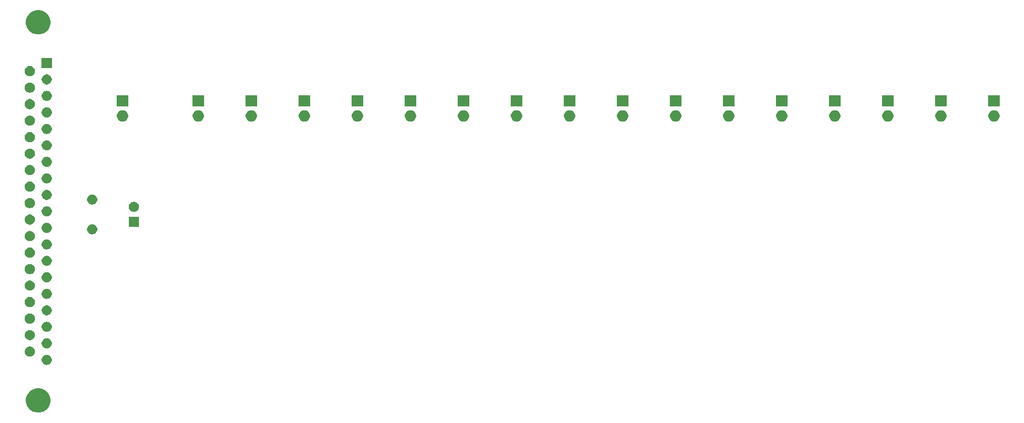
<source format=gbr>
G04 #@! TF.GenerationSoftware,KiCad,Pcbnew,5.1.5-52549c5~84~ubuntu18.04.1*
G04 #@! TF.CreationDate,2020-04-22T17:53:27-07:00*
G04 #@! TF.ProjectId,register_16bit,72656769-7374-4657-925f-31366269742e,rev?*
G04 #@! TF.SameCoordinates,Original*
G04 #@! TF.FileFunction,Soldermask,Bot*
G04 #@! TF.FilePolarity,Negative*
%FSLAX46Y46*%
G04 Gerber Fmt 4.6, Leading zero omitted, Abs format (unit mm)*
G04 Created by KiCad (PCBNEW 5.1.5-52549c5~84~ubuntu18.04.1) date 2020-04-22 17:53:27*
%MOMM*%
%LPD*%
G04 APERTURE LIST*
%ADD10C,0.100000*%
G04 APERTURE END LIST*
D10*
G36*
X72838254Y-127097818D02*
G01*
X73211511Y-127252426D01*
X73211513Y-127252427D01*
X73547436Y-127476884D01*
X73833116Y-127762564D01*
X74057574Y-128098489D01*
X74212182Y-128471746D01*
X74291000Y-128867993D01*
X74291000Y-129272007D01*
X74212182Y-129668254D01*
X74057574Y-130041511D01*
X74057573Y-130041513D01*
X73833116Y-130377436D01*
X73547436Y-130663116D01*
X73211513Y-130887573D01*
X73211512Y-130887574D01*
X73211511Y-130887574D01*
X72838254Y-131042182D01*
X72442007Y-131121000D01*
X72037993Y-131121000D01*
X71641746Y-131042182D01*
X71268489Y-130887574D01*
X71268488Y-130887574D01*
X71268487Y-130887573D01*
X70932564Y-130663116D01*
X70646884Y-130377436D01*
X70422427Y-130041513D01*
X70422426Y-130041511D01*
X70267818Y-129668254D01*
X70189000Y-129272007D01*
X70189000Y-128867993D01*
X70267818Y-128471746D01*
X70422426Y-128098489D01*
X70646884Y-127762564D01*
X70932564Y-127476884D01*
X71268487Y-127252427D01*
X71268489Y-127252426D01*
X71641746Y-127097818D01*
X72037993Y-127019000D01*
X72442007Y-127019000D01*
X72838254Y-127097818D01*
G37*
G36*
X73908228Y-121431703D02*
G01*
X74063100Y-121495853D01*
X74202481Y-121588985D01*
X74321015Y-121707519D01*
X74414147Y-121846900D01*
X74478297Y-122001772D01*
X74511000Y-122166184D01*
X74511000Y-122333816D01*
X74478297Y-122498228D01*
X74414147Y-122653100D01*
X74321015Y-122792481D01*
X74202481Y-122911015D01*
X74063100Y-123004147D01*
X73908228Y-123068297D01*
X73743816Y-123101000D01*
X73576184Y-123101000D01*
X73411772Y-123068297D01*
X73256900Y-123004147D01*
X73117519Y-122911015D01*
X72998985Y-122792481D01*
X72905853Y-122653100D01*
X72841703Y-122498228D01*
X72809000Y-122333816D01*
X72809000Y-122166184D01*
X72841703Y-122001772D01*
X72905853Y-121846900D01*
X72998985Y-121707519D01*
X73117519Y-121588985D01*
X73256900Y-121495853D01*
X73411772Y-121431703D01*
X73576184Y-121399000D01*
X73743816Y-121399000D01*
X73908228Y-121431703D01*
G37*
G36*
X71068228Y-120046703D02*
G01*
X71223100Y-120110853D01*
X71362481Y-120203985D01*
X71481015Y-120322519D01*
X71574147Y-120461900D01*
X71638297Y-120616772D01*
X71671000Y-120781184D01*
X71671000Y-120948816D01*
X71638297Y-121113228D01*
X71574147Y-121268100D01*
X71481015Y-121407481D01*
X71362481Y-121526015D01*
X71223100Y-121619147D01*
X71068228Y-121683297D01*
X70903816Y-121716000D01*
X70736184Y-121716000D01*
X70571772Y-121683297D01*
X70416900Y-121619147D01*
X70277519Y-121526015D01*
X70158985Y-121407481D01*
X70065853Y-121268100D01*
X70001703Y-121113228D01*
X69969000Y-120948816D01*
X69969000Y-120781184D01*
X70001703Y-120616772D01*
X70065853Y-120461900D01*
X70158985Y-120322519D01*
X70277519Y-120203985D01*
X70416900Y-120110853D01*
X70571772Y-120046703D01*
X70736184Y-120014000D01*
X70903816Y-120014000D01*
X71068228Y-120046703D01*
G37*
G36*
X73908228Y-118661703D02*
G01*
X74063100Y-118725853D01*
X74202481Y-118818985D01*
X74321015Y-118937519D01*
X74414147Y-119076900D01*
X74478297Y-119231772D01*
X74511000Y-119396184D01*
X74511000Y-119563816D01*
X74478297Y-119728228D01*
X74414147Y-119883100D01*
X74321015Y-120022481D01*
X74202481Y-120141015D01*
X74063100Y-120234147D01*
X73908228Y-120298297D01*
X73743816Y-120331000D01*
X73576184Y-120331000D01*
X73411772Y-120298297D01*
X73256900Y-120234147D01*
X73117519Y-120141015D01*
X72998985Y-120022481D01*
X72905853Y-119883100D01*
X72841703Y-119728228D01*
X72809000Y-119563816D01*
X72809000Y-119396184D01*
X72841703Y-119231772D01*
X72905853Y-119076900D01*
X72998985Y-118937519D01*
X73117519Y-118818985D01*
X73256900Y-118725853D01*
X73411772Y-118661703D01*
X73576184Y-118629000D01*
X73743816Y-118629000D01*
X73908228Y-118661703D01*
G37*
G36*
X71068228Y-117276703D02*
G01*
X71223100Y-117340853D01*
X71362481Y-117433985D01*
X71481015Y-117552519D01*
X71574147Y-117691900D01*
X71638297Y-117846772D01*
X71671000Y-118011184D01*
X71671000Y-118178816D01*
X71638297Y-118343228D01*
X71574147Y-118498100D01*
X71481015Y-118637481D01*
X71362481Y-118756015D01*
X71223100Y-118849147D01*
X71068228Y-118913297D01*
X70903816Y-118946000D01*
X70736184Y-118946000D01*
X70571772Y-118913297D01*
X70416900Y-118849147D01*
X70277519Y-118756015D01*
X70158985Y-118637481D01*
X70065853Y-118498100D01*
X70001703Y-118343228D01*
X69969000Y-118178816D01*
X69969000Y-118011184D01*
X70001703Y-117846772D01*
X70065853Y-117691900D01*
X70158985Y-117552519D01*
X70277519Y-117433985D01*
X70416900Y-117340853D01*
X70571772Y-117276703D01*
X70736184Y-117244000D01*
X70903816Y-117244000D01*
X71068228Y-117276703D01*
G37*
G36*
X73908228Y-115891703D02*
G01*
X74063100Y-115955853D01*
X74202481Y-116048985D01*
X74321015Y-116167519D01*
X74414147Y-116306900D01*
X74478297Y-116461772D01*
X74511000Y-116626184D01*
X74511000Y-116793816D01*
X74478297Y-116958228D01*
X74414147Y-117113100D01*
X74321015Y-117252481D01*
X74202481Y-117371015D01*
X74063100Y-117464147D01*
X73908228Y-117528297D01*
X73743816Y-117561000D01*
X73576184Y-117561000D01*
X73411772Y-117528297D01*
X73256900Y-117464147D01*
X73117519Y-117371015D01*
X72998985Y-117252481D01*
X72905853Y-117113100D01*
X72841703Y-116958228D01*
X72809000Y-116793816D01*
X72809000Y-116626184D01*
X72841703Y-116461772D01*
X72905853Y-116306900D01*
X72998985Y-116167519D01*
X73117519Y-116048985D01*
X73256900Y-115955853D01*
X73411772Y-115891703D01*
X73576184Y-115859000D01*
X73743816Y-115859000D01*
X73908228Y-115891703D01*
G37*
G36*
X71068228Y-114506703D02*
G01*
X71223100Y-114570853D01*
X71362481Y-114663985D01*
X71481015Y-114782519D01*
X71574147Y-114921900D01*
X71638297Y-115076772D01*
X71671000Y-115241184D01*
X71671000Y-115408816D01*
X71638297Y-115573228D01*
X71574147Y-115728100D01*
X71481015Y-115867481D01*
X71362481Y-115986015D01*
X71223100Y-116079147D01*
X71068228Y-116143297D01*
X70903816Y-116176000D01*
X70736184Y-116176000D01*
X70571772Y-116143297D01*
X70416900Y-116079147D01*
X70277519Y-115986015D01*
X70158985Y-115867481D01*
X70065853Y-115728100D01*
X70001703Y-115573228D01*
X69969000Y-115408816D01*
X69969000Y-115241184D01*
X70001703Y-115076772D01*
X70065853Y-114921900D01*
X70158985Y-114782519D01*
X70277519Y-114663985D01*
X70416900Y-114570853D01*
X70571772Y-114506703D01*
X70736184Y-114474000D01*
X70903816Y-114474000D01*
X71068228Y-114506703D01*
G37*
G36*
X73908228Y-113121703D02*
G01*
X74063100Y-113185853D01*
X74202481Y-113278985D01*
X74321015Y-113397519D01*
X74414147Y-113536900D01*
X74478297Y-113691772D01*
X74511000Y-113856184D01*
X74511000Y-114023816D01*
X74478297Y-114188228D01*
X74414147Y-114343100D01*
X74321015Y-114482481D01*
X74202481Y-114601015D01*
X74063100Y-114694147D01*
X73908228Y-114758297D01*
X73743816Y-114791000D01*
X73576184Y-114791000D01*
X73411772Y-114758297D01*
X73256900Y-114694147D01*
X73117519Y-114601015D01*
X72998985Y-114482481D01*
X72905853Y-114343100D01*
X72841703Y-114188228D01*
X72809000Y-114023816D01*
X72809000Y-113856184D01*
X72841703Y-113691772D01*
X72905853Y-113536900D01*
X72998985Y-113397519D01*
X73117519Y-113278985D01*
X73256900Y-113185853D01*
X73411772Y-113121703D01*
X73576184Y-113089000D01*
X73743816Y-113089000D01*
X73908228Y-113121703D01*
G37*
G36*
X71068228Y-111736703D02*
G01*
X71223100Y-111800853D01*
X71362481Y-111893985D01*
X71481015Y-112012519D01*
X71574147Y-112151900D01*
X71638297Y-112306772D01*
X71671000Y-112471184D01*
X71671000Y-112638816D01*
X71638297Y-112803228D01*
X71574147Y-112958100D01*
X71481015Y-113097481D01*
X71362481Y-113216015D01*
X71223100Y-113309147D01*
X71068228Y-113373297D01*
X70903816Y-113406000D01*
X70736184Y-113406000D01*
X70571772Y-113373297D01*
X70416900Y-113309147D01*
X70277519Y-113216015D01*
X70158985Y-113097481D01*
X70065853Y-112958100D01*
X70001703Y-112803228D01*
X69969000Y-112638816D01*
X69969000Y-112471184D01*
X70001703Y-112306772D01*
X70065853Y-112151900D01*
X70158985Y-112012519D01*
X70277519Y-111893985D01*
X70416900Y-111800853D01*
X70571772Y-111736703D01*
X70736184Y-111704000D01*
X70903816Y-111704000D01*
X71068228Y-111736703D01*
G37*
G36*
X73908228Y-110351703D02*
G01*
X74063100Y-110415853D01*
X74202481Y-110508985D01*
X74321015Y-110627519D01*
X74414147Y-110766900D01*
X74478297Y-110921772D01*
X74511000Y-111086184D01*
X74511000Y-111253816D01*
X74478297Y-111418228D01*
X74414147Y-111573100D01*
X74321015Y-111712481D01*
X74202481Y-111831015D01*
X74063100Y-111924147D01*
X73908228Y-111988297D01*
X73743816Y-112021000D01*
X73576184Y-112021000D01*
X73411772Y-111988297D01*
X73256900Y-111924147D01*
X73117519Y-111831015D01*
X72998985Y-111712481D01*
X72905853Y-111573100D01*
X72841703Y-111418228D01*
X72809000Y-111253816D01*
X72809000Y-111086184D01*
X72841703Y-110921772D01*
X72905853Y-110766900D01*
X72998985Y-110627519D01*
X73117519Y-110508985D01*
X73256900Y-110415853D01*
X73411772Y-110351703D01*
X73576184Y-110319000D01*
X73743816Y-110319000D01*
X73908228Y-110351703D01*
G37*
G36*
X71068228Y-108966703D02*
G01*
X71223100Y-109030853D01*
X71362481Y-109123985D01*
X71481015Y-109242519D01*
X71574147Y-109381900D01*
X71638297Y-109536772D01*
X71671000Y-109701184D01*
X71671000Y-109868816D01*
X71638297Y-110033228D01*
X71574147Y-110188100D01*
X71481015Y-110327481D01*
X71362481Y-110446015D01*
X71223100Y-110539147D01*
X71068228Y-110603297D01*
X70903816Y-110636000D01*
X70736184Y-110636000D01*
X70571772Y-110603297D01*
X70416900Y-110539147D01*
X70277519Y-110446015D01*
X70158985Y-110327481D01*
X70065853Y-110188100D01*
X70001703Y-110033228D01*
X69969000Y-109868816D01*
X69969000Y-109701184D01*
X70001703Y-109536772D01*
X70065853Y-109381900D01*
X70158985Y-109242519D01*
X70277519Y-109123985D01*
X70416900Y-109030853D01*
X70571772Y-108966703D01*
X70736184Y-108934000D01*
X70903816Y-108934000D01*
X71068228Y-108966703D01*
G37*
G36*
X73908228Y-107581703D02*
G01*
X74063100Y-107645853D01*
X74202481Y-107738985D01*
X74321015Y-107857519D01*
X74414147Y-107996900D01*
X74478297Y-108151772D01*
X74511000Y-108316184D01*
X74511000Y-108483816D01*
X74478297Y-108648228D01*
X74414147Y-108803100D01*
X74321015Y-108942481D01*
X74202481Y-109061015D01*
X74063100Y-109154147D01*
X73908228Y-109218297D01*
X73743816Y-109251000D01*
X73576184Y-109251000D01*
X73411772Y-109218297D01*
X73256900Y-109154147D01*
X73117519Y-109061015D01*
X72998985Y-108942481D01*
X72905853Y-108803100D01*
X72841703Y-108648228D01*
X72809000Y-108483816D01*
X72809000Y-108316184D01*
X72841703Y-108151772D01*
X72905853Y-107996900D01*
X72998985Y-107857519D01*
X73117519Y-107738985D01*
X73256900Y-107645853D01*
X73411772Y-107581703D01*
X73576184Y-107549000D01*
X73743816Y-107549000D01*
X73908228Y-107581703D01*
G37*
G36*
X71068228Y-106196703D02*
G01*
X71223100Y-106260853D01*
X71362481Y-106353985D01*
X71481015Y-106472519D01*
X71574147Y-106611900D01*
X71638297Y-106766772D01*
X71671000Y-106931184D01*
X71671000Y-107098816D01*
X71638297Y-107263228D01*
X71574147Y-107418100D01*
X71481015Y-107557481D01*
X71362481Y-107676015D01*
X71223100Y-107769147D01*
X71068228Y-107833297D01*
X70903816Y-107866000D01*
X70736184Y-107866000D01*
X70571772Y-107833297D01*
X70416900Y-107769147D01*
X70277519Y-107676015D01*
X70158985Y-107557481D01*
X70065853Y-107418100D01*
X70001703Y-107263228D01*
X69969000Y-107098816D01*
X69969000Y-106931184D01*
X70001703Y-106766772D01*
X70065853Y-106611900D01*
X70158985Y-106472519D01*
X70277519Y-106353985D01*
X70416900Y-106260853D01*
X70571772Y-106196703D01*
X70736184Y-106164000D01*
X70903816Y-106164000D01*
X71068228Y-106196703D01*
G37*
G36*
X73908228Y-104811703D02*
G01*
X74063100Y-104875853D01*
X74202481Y-104968985D01*
X74321015Y-105087519D01*
X74414147Y-105226900D01*
X74478297Y-105381772D01*
X74511000Y-105546184D01*
X74511000Y-105713816D01*
X74478297Y-105878228D01*
X74414147Y-106033100D01*
X74321015Y-106172481D01*
X74202481Y-106291015D01*
X74063100Y-106384147D01*
X73908228Y-106448297D01*
X73743816Y-106481000D01*
X73576184Y-106481000D01*
X73411772Y-106448297D01*
X73256900Y-106384147D01*
X73117519Y-106291015D01*
X72998985Y-106172481D01*
X72905853Y-106033100D01*
X72841703Y-105878228D01*
X72809000Y-105713816D01*
X72809000Y-105546184D01*
X72841703Y-105381772D01*
X72905853Y-105226900D01*
X72998985Y-105087519D01*
X73117519Y-104968985D01*
X73256900Y-104875853D01*
X73411772Y-104811703D01*
X73576184Y-104779000D01*
X73743816Y-104779000D01*
X73908228Y-104811703D01*
G37*
G36*
X71068228Y-103426703D02*
G01*
X71223100Y-103490853D01*
X71362481Y-103583985D01*
X71481015Y-103702519D01*
X71574147Y-103841900D01*
X71638297Y-103996772D01*
X71671000Y-104161184D01*
X71671000Y-104328816D01*
X71638297Y-104493228D01*
X71574147Y-104648100D01*
X71481015Y-104787481D01*
X71362481Y-104906015D01*
X71223100Y-104999147D01*
X71068228Y-105063297D01*
X70903816Y-105096000D01*
X70736184Y-105096000D01*
X70571772Y-105063297D01*
X70416900Y-104999147D01*
X70277519Y-104906015D01*
X70158985Y-104787481D01*
X70065853Y-104648100D01*
X70001703Y-104493228D01*
X69969000Y-104328816D01*
X69969000Y-104161184D01*
X70001703Y-103996772D01*
X70065853Y-103841900D01*
X70158985Y-103702519D01*
X70277519Y-103583985D01*
X70416900Y-103490853D01*
X70571772Y-103426703D01*
X70736184Y-103394000D01*
X70903816Y-103394000D01*
X71068228Y-103426703D01*
G37*
G36*
X73908228Y-102041703D02*
G01*
X74063100Y-102105853D01*
X74202481Y-102198985D01*
X74321015Y-102317519D01*
X74414147Y-102456900D01*
X74478297Y-102611772D01*
X74511000Y-102776184D01*
X74511000Y-102943816D01*
X74478297Y-103108228D01*
X74414147Y-103263100D01*
X74321015Y-103402481D01*
X74202481Y-103521015D01*
X74063100Y-103614147D01*
X73908228Y-103678297D01*
X73743816Y-103711000D01*
X73576184Y-103711000D01*
X73411772Y-103678297D01*
X73256900Y-103614147D01*
X73117519Y-103521015D01*
X72998985Y-103402481D01*
X72905853Y-103263100D01*
X72841703Y-103108228D01*
X72809000Y-102943816D01*
X72809000Y-102776184D01*
X72841703Y-102611772D01*
X72905853Y-102456900D01*
X72998985Y-102317519D01*
X73117519Y-102198985D01*
X73256900Y-102105853D01*
X73411772Y-102041703D01*
X73576184Y-102009000D01*
X73743816Y-102009000D01*
X73908228Y-102041703D01*
G37*
G36*
X71068228Y-100656703D02*
G01*
X71223100Y-100720853D01*
X71362481Y-100813985D01*
X71481015Y-100932519D01*
X71574147Y-101071900D01*
X71638297Y-101226772D01*
X71671000Y-101391184D01*
X71671000Y-101558816D01*
X71638297Y-101723228D01*
X71574147Y-101878100D01*
X71481015Y-102017481D01*
X71362481Y-102136015D01*
X71223100Y-102229147D01*
X71068228Y-102293297D01*
X70903816Y-102326000D01*
X70736184Y-102326000D01*
X70571772Y-102293297D01*
X70416900Y-102229147D01*
X70277519Y-102136015D01*
X70158985Y-102017481D01*
X70065853Y-101878100D01*
X70001703Y-101723228D01*
X69969000Y-101558816D01*
X69969000Y-101391184D01*
X70001703Y-101226772D01*
X70065853Y-101071900D01*
X70158985Y-100932519D01*
X70277519Y-100813985D01*
X70416900Y-100720853D01*
X70571772Y-100656703D01*
X70736184Y-100624000D01*
X70903816Y-100624000D01*
X71068228Y-100656703D01*
G37*
G36*
X81528228Y-99511703D02*
G01*
X81683100Y-99575853D01*
X81822481Y-99668985D01*
X81941015Y-99787519D01*
X82034147Y-99926900D01*
X82098297Y-100081772D01*
X82131000Y-100246184D01*
X82131000Y-100413816D01*
X82098297Y-100578228D01*
X82034147Y-100733100D01*
X81941015Y-100872481D01*
X81822481Y-100991015D01*
X81683100Y-101084147D01*
X81528228Y-101148297D01*
X81363816Y-101181000D01*
X81196184Y-101181000D01*
X81031772Y-101148297D01*
X80876900Y-101084147D01*
X80737519Y-100991015D01*
X80618985Y-100872481D01*
X80525853Y-100733100D01*
X80461703Y-100578228D01*
X80429000Y-100413816D01*
X80429000Y-100246184D01*
X80461703Y-100081772D01*
X80525853Y-99926900D01*
X80618985Y-99787519D01*
X80737519Y-99668985D01*
X80876900Y-99575853D01*
X81031772Y-99511703D01*
X81196184Y-99479000D01*
X81363816Y-99479000D01*
X81528228Y-99511703D01*
G37*
G36*
X73908228Y-99271703D02*
G01*
X74063100Y-99335853D01*
X74202481Y-99428985D01*
X74321015Y-99547519D01*
X74414147Y-99686900D01*
X74478297Y-99841772D01*
X74511000Y-100006184D01*
X74511000Y-100173816D01*
X74478297Y-100338228D01*
X74414147Y-100493100D01*
X74321015Y-100632481D01*
X74202481Y-100751015D01*
X74063100Y-100844147D01*
X73908228Y-100908297D01*
X73743816Y-100941000D01*
X73576184Y-100941000D01*
X73411772Y-100908297D01*
X73256900Y-100844147D01*
X73117519Y-100751015D01*
X72998985Y-100632481D01*
X72905853Y-100493100D01*
X72841703Y-100338228D01*
X72809000Y-100173816D01*
X72809000Y-100006184D01*
X72841703Y-99841772D01*
X72905853Y-99686900D01*
X72998985Y-99547519D01*
X73117519Y-99428985D01*
X73256900Y-99335853D01*
X73411772Y-99271703D01*
X73576184Y-99239000D01*
X73743816Y-99239000D01*
X73908228Y-99271703D01*
G37*
G36*
X89116000Y-99911000D02*
G01*
X87414000Y-99911000D01*
X87414000Y-98209000D01*
X89116000Y-98209000D01*
X89116000Y-99911000D01*
G37*
G36*
X71068228Y-97886703D02*
G01*
X71223100Y-97950853D01*
X71362481Y-98043985D01*
X71481015Y-98162519D01*
X71574147Y-98301900D01*
X71638297Y-98456772D01*
X71671000Y-98621184D01*
X71671000Y-98788816D01*
X71638297Y-98953228D01*
X71574147Y-99108100D01*
X71481015Y-99247481D01*
X71362481Y-99366015D01*
X71223100Y-99459147D01*
X71068228Y-99523297D01*
X70903816Y-99556000D01*
X70736184Y-99556000D01*
X70571772Y-99523297D01*
X70416900Y-99459147D01*
X70277519Y-99366015D01*
X70158985Y-99247481D01*
X70065853Y-99108100D01*
X70001703Y-98953228D01*
X69969000Y-98788816D01*
X69969000Y-98621184D01*
X70001703Y-98456772D01*
X70065853Y-98301900D01*
X70158985Y-98162519D01*
X70277519Y-98043985D01*
X70416900Y-97950853D01*
X70571772Y-97886703D01*
X70736184Y-97854000D01*
X70903816Y-97854000D01*
X71068228Y-97886703D01*
G37*
G36*
X73908228Y-96501703D02*
G01*
X74063100Y-96565853D01*
X74202481Y-96658985D01*
X74321015Y-96777519D01*
X74414147Y-96916900D01*
X74478297Y-97071772D01*
X74511000Y-97236184D01*
X74511000Y-97403816D01*
X74478297Y-97568228D01*
X74414147Y-97723100D01*
X74321015Y-97862481D01*
X74202481Y-97981015D01*
X74063100Y-98074147D01*
X73908228Y-98138297D01*
X73743816Y-98171000D01*
X73576184Y-98171000D01*
X73411772Y-98138297D01*
X73256900Y-98074147D01*
X73117519Y-97981015D01*
X72998985Y-97862481D01*
X72905853Y-97723100D01*
X72841703Y-97568228D01*
X72809000Y-97403816D01*
X72809000Y-97236184D01*
X72841703Y-97071772D01*
X72905853Y-96916900D01*
X72998985Y-96777519D01*
X73117519Y-96658985D01*
X73256900Y-96565853D01*
X73411772Y-96501703D01*
X73576184Y-96469000D01*
X73743816Y-96469000D01*
X73908228Y-96501703D01*
G37*
G36*
X88513228Y-95741703D02*
G01*
X88668100Y-95805853D01*
X88807481Y-95898985D01*
X88926015Y-96017519D01*
X89019147Y-96156900D01*
X89083297Y-96311772D01*
X89116000Y-96476184D01*
X89116000Y-96643816D01*
X89083297Y-96808228D01*
X89019147Y-96963100D01*
X88926015Y-97102481D01*
X88807481Y-97221015D01*
X88668100Y-97314147D01*
X88513228Y-97378297D01*
X88348816Y-97411000D01*
X88181184Y-97411000D01*
X88016772Y-97378297D01*
X87861900Y-97314147D01*
X87722519Y-97221015D01*
X87603985Y-97102481D01*
X87510853Y-96963100D01*
X87446703Y-96808228D01*
X87414000Y-96643816D01*
X87414000Y-96476184D01*
X87446703Y-96311772D01*
X87510853Y-96156900D01*
X87603985Y-96017519D01*
X87722519Y-95898985D01*
X87861900Y-95805853D01*
X88016772Y-95741703D01*
X88181184Y-95709000D01*
X88348816Y-95709000D01*
X88513228Y-95741703D01*
G37*
G36*
X71068228Y-95116703D02*
G01*
X71223100Y-95180853D01*
X71362481Y-95273985D01*
X71481015Y-95392519D01*
X71574147Y-95531900D01*
X71638297Y-95686772D01*
X71671000Y-95851184D01*
X71671000Y-96018816D01*
X71638297Y-96183228D01*
X71574147Y-96338100D01*
X71481015Y-96477481D01*
X71362481Y-96596015D01*
X71223100Y-96689147D01*
X71068228Y-96753297D01*
X70903816Y-96786000D01*
X70736184Y-96786000D01*
X70571772Y-96753297D01*
X70416900Y-96689147D01*
X70277519Y-96596015D01*
X70158985Y-96477481D01*
X70065853Y-96338100D01*
X70001703Y-96183228D01*
X69969000Y-96018816D01*
X69969000Y-95851184D01*
X70001703Y-95686772D01*
X70065853Y-95531900D01*
X70158985Y-95392519D01*
X70277519Y-95273985D01*
X70416900Y-95180853D01*
X70571772Y-95116703D01*
X70736184Y-95084000D01*
X70903816Y-95084000D01*
X71068228Y-95116703D01*
G37*
G36*
X81528228Y-94511703D02*
G01*
X81683100Y-94575853D01*
X81822481Y-94668985D01*
X81941015Y-94787519D01*
X82034147Y-94926900D01*
X82098297Y-95081772D01*
X82131000Y-95246184D01*
X82131000Y-95413816D01*
X82098297Y-95578228D01*
X82034147Y-95733100D01*
X81941015Y-95872481D01*
X81822481Y-95991015D01*
X81683100Y-96084147D01*
X81528228Y-96148297D01*
X81363816Y-96181000D01*
X81196184Y-96181000D01*
X81031772Y-96148297D01*
X80876900Y-96084147D01*
X80737519Y-95991015D01*
X80618985Y-95872481D01*
X80525853Y-95733100D01*
X80461703Y-95578228D01*
X80429000Y-95413816D01*
X80429000Y-95246184D01*
X80461703Y-95081772D01*
X80525853Y-94926900D01*
X80618985Y-94787519D01*
X80737519Y-94668985D01*
X80876900Y-94575853D01*
X81031772Y-94511703D01*
X81196184Y-94479000D01*
X81363816Y-94479000D01*
X81528228Y-94511703D01*
G37*
G36*
X73908228Y-93731703D02*
G01*
X74063100Y-93795853D01*
X74202481Y-93888985D01*
X74321015Y-94007519D01*
X74414147Y-94146900D01*
X74478297Y-94301772D01*
X74511000Y-94466184D01*
X74511000Y-94633816D01*
X74478297Y-94798228D01*
X74414147Y-94953100D01*
X74321015Y-95092481D01*
X74202481Y-95211015D01*
X74063100Y-95304147D01*
X73908228Y-95368297D01*
X73743816Y-95401000D01*
X73576184Y-95401000D01*
X73411772Y-95368297D01*
X73256900Y-95304147D01*
X73117519Y-95211015D01*
X72998985Y-95092481D01*
X72905853Y-94953100D01*
X72841703Y-94798228D01*
X72809000Y-94633816D01*
X72809000Y-94466184D01*
X72841703Y-94301772D01*
X72905853Y-94146900D01*
X72998985Y-94007519D01*
X73117519Y-93888985D01*
X73256900Y-93795853D01*
X73411772Y-93731703D01*
X73576184Y-93699000D01*
X73743816Y-93699000D01*
X73908228Y-93731703D01*
G37*
G36*
X71068228Y-92346703D02*
G01*
X71223100Y-92410853D01*
X71362481Y-92503985D01*
X71481015Y-92622519D01*
X71574147Y-92761900D01*
X71638297Y-92916772D01*
X71671000Y-93081184D01*
X71671000Y-93248816D01*
X71638297Y-93413228D01*
X71574147Y-93568100D01*
X71481015Y-93707481D01*
X71362481Y-93826015D01*
X71223100Y-93919147D01*
X71068228Y-93983297D01*
X70903816Y-94016000D01*
X70736184Y-94016000D01*
X70571772Y-93983297D01*
X70416900Y-93919147D01*
X70277519Y-93826015D01*
X70158985Y-93707481D01*
X70065853Y-93568100D01*
X70001703Y-93413228D01*
X69969000Y-93248816D01*
X69969000Y-93081184D01*
X70001703Y-92916772D01*
X70065853Y-92761900D01*
X70158985Y-92622519D01*
X70277519Y-92503985D01*
X70416900Y-92410853D01*
X70571772Y-92346703D01*
X70736184Y-92314000D01*
X70903816Y-92314000D01*
X71068228Y-92346703D01*
G37*
G36*
X73908228Y-90961703D02*
G01*
X74063100Y-91025853D01*
X74202481Y-91118985D01*
X74321015Y-91237519D01*
X74414147Y-91376900D01*
X74478297Y-91531772D01*
X74511000Y-91696184D01*
X74511000Y-91863816D01*
X74478297Y-92028228D01*
X74414147Y-92183100D01*
X74321015Y-92322481D01*
X74202481Y-92441015D01*
X74063100Y-92534147D01*
X73908228Y-92598297D01*
X73743816Y-92631000D01*
X73576184Y-92631000D01*
X73411772Y-92598297D01*
X73256900Y-92534147D01*
X73117519Y-92441015D01*
X72998985Y-92322481D01*
X72905853Y-92183100D01*
X72841703Y-92028228D01*
X72809000Y-91863816D01*
X72809000Y-91696184D01*
X72841703Y-91531772D01*
X72905853Y-91376900D01*
X72998985Y-91237519D01*
X73117519Y-91118985D01*
X73256900Y-91025853D01*
X73411772Y-90961703D01*
X73576184Y-90929000D01*
X73743816Y-90929000D01*
X73908228Y-90961703D01*
G37*
G36*
X71068228Y-89576703D02*
G01*
X71223100Y-89640853D01*
X71362481Y-89733985D01*
X71481015Y-89852519D01*
X71574147Y-89991900D01*
X71638297Y-90146772D01*
X71671000Y-90311184D01*
X71671000Y-90478816D01*
X71638297Y-90643228D01*
X71574147Y-90798100D01*
X71481015Y-90937481D01*
X71362481Y-91056015D01*
X71223100Y-91149147D01*
X71068228Y-91213297D01*
X70903816Y-91246000D01*
X70736184Y-91246000D01*
X70571772Y-91213297D01*
X70416900Y-91149147D01*
X70277519Y-91056015D01*
X70158985Y-90937481D01*
X70065853Y-90798100D01*
X70001703Y-90643228D01*
X69969000Y-90478816D01*
X69969000Y-90311184D01*
X70001703Y-90146772D01*
X70065853Y-89991900D01*
X70158985Y-89852519D01*
X70277519Y-89733985D01*
X70416900Y-89640853D01*
X70571772Y-89576703D01*
X70736184Y-89544000D01*
X70903816Y-89544000D01*
X71068228Y-89576703D01*
G37*
G36*
X73908228Y-88191703D02*
G01*
X74063100Y-88255853D01*
X74202481Y-88348985D01*
X74321015Y-88467519D01*
X74414147Y-88606900D01*
X74478297Y-88761772D01*
X74511000Y-88926184D01*
X74511000Y-89093816D01*
X74478297Y-89258228D01*
X74414147Y-89413100D01*
X74321015Y-89552481D01*
X74202481Y-89671015D01*
X74063100Y-89764147D01*
X73908228Y-89828297D01*
X73743816Y-89861000D01*
X73576184Y-89861000D01*
X73411772Y-89828297D01*
X73256900Y-89764147D01*
X73117519Y-89671015D01*
X72998985Y-89552481D01*
X72905853Y-89413100D01*
X72841703Y-89258228D01*
X72809000Y-89093816D01*
X72809000Y-88926184D01*
X72841703Y-88761772D01*
X72905853Y-88606900D01*
X72998985Y-88467519D01*
X73117519Y-88348985D01*
X73256900Y-88255853D01*
X73411772Y-88191703D01*
X73576184Y-88159000D01*
X73743816Y-88159000D01*
X73908228Y-88191703D01*
G37*
G36*
X71068228Y-86806703D02*
G01*
X71223100Y-86870853D01*
X71362481Y-86963985D01*
X71481015Y-87082519D01*
X71574147Y-87221900D01*
X71638297Y-87376772D01*
X71671000Y-87541184D01*
X71671000Y-87708816D01*
X71638297Y-87873228D01*
X71574147Y-88028100D01*
X71481015Y-88167481D01*
X71362481Y-88286015D01*
X71223100Y-88379147D01*
X71068228Y-88443297D01*
X70903816Y-88476000D01*
X70736184Y-88476000D01*
X70571772Y-88443297D01*
X70416900Y-88379147D01*
X70277519Y-88286015D01*
X70158985Y-88167481D01*
X70065853Y-88028100D01*
X70001703Y-87873228D01*
X69969000Y-87708816D01*
X69969000Y-87541184D01*
X70001703Y-87376772D01*
X70065853Y-87221900D01*
X70158985Y-87082519D01*
X70277519Y-86963985D01*
X70416900Y-86870853D01*
X70571772Y-86806703D01*
X70736184Y-86774000D01*
X70903816Y-86774000D01*
X71068228Y-86806703D01*
G37*
G36*
X73908228Y-85421703D02*
G01*
X74063100Y-85485853D01*
X74202481Y-85578985D01*
X74321015Y-85697519D01*
X74414147Y-85836900D01*
X74478297Y-85991772D01*
X74511000Y-86156184D01*
X74511000Y-86323816D01*
X74478297Y-86488228D01*
X74414147Y-86643100D01*
X74321015Y-86782481D01*
X74202481Y-86901015D01*
X74063100Y-86994147D01*
X73908228Y-87058297D01*
X73743816Y-87091000D01*
X73576184Y-87091000D01*
X73411772Y-87058297D01*
X73256900Y-86994147D01*
X73117519Y-86901015D01*
X72998985Y-86782481D01*
X72905853Y-86643100D01*
X72841703Y-86488228D01*
X72809000Y-86323816D01*
X72809000Y-86156184D01*
X72841703Y-85991772D01*
X72905853Y-85836900D01*
X72998985Y-85697519D01*
X73117519Y-85578985D01*
X73256900Y-85485853D01*
X73411772Y-85421703D01*
X73576184Y-85389000D01*
X73743816Y-85389000D01*
X73908228Y-85421703D01*
G37*
G36*
X71068228Y-84036703D02*
G01*
X71223100Y-84100853D01*
X71362481Y-84193985D01*
X71481015Y-84312519D01*
X71574147Y-84451900D01*
X71638297Y-84606772D01*
X71671000Y-84771184D01*
X71671000Y-84938816D01*
X71638297Y-85103228D01*
X71574147Y-85258100D01*
X71481015Y-85397481D01*
X71362481Y-85516015D01*
X71223100Y-85609147D01*
X71068228Y-85673297D01*
X70903816Y-85706000D01*
X70736184Y-85706000D01*
X70571772Y-85673297D01*
X70416900Y-85609147D01*
X70277519Y-85516015D01*
X70158985Y-85397481D01*
X70065853Y-85258100D01*
X70001703Y-85103228D01*
X69969000Y-84938816D01*
X69969000Y-84771184D01*
X70001703Y-84606772D01*
X70065853Y-84451900D01*
X70158985Y-84312519D01*
X70277519Y-84193985D01*
X70416900Y-84100853D01*
X70571772Y-84036703D01*
X70736184Y-84004000D01*
X70903816Y-84004000D01*
X71068228Y-84036703D01*
G37*
G36*
X73908228Y-82651703D02*
G01*
X74063100Y-82715853D01*
X74202481Y-82808985D01*
X74321015Y-82927519D01*
X74414147Y-83066900D01*
X74478297Y-83221772D01*
X74511000Y-83386184D01*
X74511000Y-83553816D01*
X74478297Y-83718228D01*
X74414147Y-83873100D01*
X74321015Y-84012481D01*
X74202481Y-84131015D01*
X74063100Y-84224147D01*
X73908228Y-84288297D01*
X73743816Y-84321000D01*
X73576184Y-84321000D01*
X73411772Y-84288297D01*
X73256900Y-84224147D01*
X73117519Y-84131015D01*
X72998985Y-84012481D01*
X72905853Y-83873100D01*
X72841703Y-83718228D01*
X72809000Y-83553816D01*
X72809000Y-83386184D01*
X72841703Y-83221772D01*
X72905853Y-83066900D01*
X72998985Y-82927519D01*
X73117519Y-82808985D01*
X73256900Y-82715853D01*
X73411772Y-82651703D01*
X73576184Y-82619000D01*
X73743816Y-82619000D01*
X73908228Y-82651703D01*
G37*
G36*
X71068228Y-81266703D02*
G01*
X71223100Y-81330853D01*
X71362481Y-81423985D01*
X71481015Y-81542519D01*
X71574147Y-81681900D01*
X71638297Y-81836772D01*
X71671000Y-82001184D01*
X71671000Y-82168816D01*
X71638297Y-82333228D01*
X71574147Y-82488100D01*
X71481015Y-82627481D01*
X71362481Y-82746015D01*
X71223100Y-82839147D01*
X71068228Y-82903297D01*
X70903816Y-82936000D01*
X70736184Y-82936000D01*
X70571772Y-82903297D01*
X70416900Y-82839147D01*
X70277519Y-82746015D01*
X70158985Y-82627481D01*
X70065853Y-82488100D01*
X70001703Y-82333228D01*
X69969000Y-82168816D01*
X69969000Y-82001184D01*
X70001703Y-81836772D01*
X70065853Y-81681900D01*
X70158985Y-81542519D01*
X70277519Y-81423985D01*
X70416900Y-81330853D01*
X70571772Y-81266703D01*
X70736184Y-81234000D01*
X70903816Y-81234000D01*
X71068228Y-81266703D01*
G37*
G36*
X134897395Y-80365546D02*
G01*
X135070466Y-80437234D01*
X135147818Y-80488919D01*
X135226227Y-80541310D01*
X135358690Y-80673773D01*
X135358691Y-80673775D01*
X135462766Y-80829534D01*
X135534454Y-81002605D01*
X135571000Y-81186333D01*
X135571000Y-81373667D01*
X135534454Y-81557395D01*
X135462766Y-81730466D01*
X135462765Y-81730467D01*
X135358690Y-81886227D01*
X135226227Y-82018690D01*
X135147818Y-82071081D01*
X135070466Y-82122766D01*
X134897395Y-82194454D01*
X134713667Y-82231000D01*
X134526333Y-82231000D01*
X134342605Y-82194454D01*
X134169534Y-82122766D01*
X134092182Y-82071081D01*
X134013773Y-82018690D01*
X133881310Y-81886227D01*
X133777235Y-81730467D01*
X133777234Y-81730466D01*
X133705546Y-81557395D01*
X133669000Y-81373667D01*
X133669000Y-81186333D01*
X133705546Y-81002605D01*
X133777234Y-80829534D01*
X133881309Y-80673775D01*
X133881310Y-80673773D01*
X134013773Y-80541310D01*
X134092182Y-80488919D01*
X134169534Y-80437234D01*
X134342605Y-80365546D01*
X134526333Y-80329000D01*
X134713667Y-80329000D01*
X134897395Y-80365546D01*
G37*
G36*
X126007395Y-80365546D02*
G01*
X126180466Y-80437234D01*
X126257818Y-80488919D01*
X126336227Y-80541310D01*
X126468690Y-80673773D01*
X126468691Y-80673775D01*
X126572766Y-80829534D01*
X126644454Y-81002605D01*
X126681000Y-81186333D01*
X126681000Y-81373667D01*
X126644454Y-81557395D01*
X126572766Y-81730466D01*
X126572765Y-81730467D01*
X126468690Y-81886227D01*
X126336227Y-82018690D01*
X126257818Y-82071081D01*
X126180466Y-82122766D01*
X126007395Y-82194454D01*
X125823667Y-82231000D01*
X125636333Y-82231000D01*
X125452605Y-82194454D01*
X125279534Y-82122766D01*
X125202182Y-82071081D01*
X125123773Y-82018690D01*
X124991310Y-81886227D01*
X124887235Y-81730467D01*
X124887234Y-81730466D01*
X124815546Y-81557395D01*
X124779000Y-81373667D01*
X124779000Y-81186333D01*
X124815546Y-81002605D01*
X124887234Y-80829534D01*
X124991309Y-80673775D01*
X124991310Y-80673773D01*
X125123773Y-80541310D01*
X125202182Y-80488919D01*
X125279534Y-80437234D01*
X125452605Y-80365546D01*
X125636333Y-80329000D01*
X125823667Y-80329000D01*
X126007395Y-80365546D01*
G37*
G36*
X117117395Y-80365546D02*
G01*
X117290466Y-80437234D01*
X117367818Y-80488919D01*
X117446227Y-80541310D01*
X117578690Y-80673773D01*
X117578691Y-80673775D01*
X117682766Y-80829534D01*
X117754454Y-81002605D01*
X117791000Y-81186333D01*
X117791000Y-81373667D01*
X117754454Y-81557395D01*
X117682766Y-81730466D01*
X117682765Y-81730467D01*
X117578690Y-81886227D01*
X117446227Y-82018690D01*
X117367818Y-82071081D01*
X117290466Y-82122766D01*
X117117395Y-82194454D01*
X116933667Y-82231000D01*
X116746333Y-82231000D01*
X116562605Y-82194454D01*
X116389534Y-82122766D01*
X116312182Y-82071081D01*
X116233773Y-82018690D01*
X116101310Y-81886227D01*
X115997235Y-81730467D01*
X115997234Y-81730466D01*
X115925546Y-81557395D01*
X115889000Y-81373667D01*
X115889000Y-81186333D01*
X115925546Y-81002605D01*
X115997234Y-80829534D01*
X116101309Y-80673775D01*
X116101310Y-80673773D01*
X116233773Y-80541310D01*
X116312182Y-80488919D01*
X116389534Y-80437234D01*
X116562605Y-80365546D01*
X116746333Y-80329000D01*
X116933667Y-80329000D01*
X117117395Y-80365546D01*
G37*
G36*
X206017395Y-80365546D02*
G01*
X206190466Y-80437234D01*
X206267818Y-80488919D01*
X206346227Y-80541310D01*
X206478690Y-80673773D01*
X206478691Y-80673775D01*
X206582766Y-80829534D01*
X206654454Y-81002605D01*
X206691000Y-81186333D01*
X206691000Y-81373667D01*
X206654454Y-81557395D01*
X206582766Y-81730466D01*
X206582765Y-81730467D01*
X206478690Y-81886227D01*
X206346227Y-82018690D01*
X206267818Y-82071081D01*
X206190466Y-82122766D01*
X206017395Y-82194454D01*
X205833667Y-82231000D01*
X205646333Y-82231000D01*
X205462605Y-82194454D01*
X205289534Y-82122766D01*
X205212182Y-82071081D01*
X205133773Y-82018690D01*
X205001310Y-81886227D01*
X204897235Y-81730467D01*
X204897234Y-81730466D01*
X204825546Y-81557395D01*
X204789000Y-81373667D01*
X204789000Y-81186333D01*
X204825546Y-81002605D01*
X204897234Y-80829534D01*
X205001309Y-80673775D01*
X205001310Y-80673773D01*
X205133773Y-80541310D01*
X205212182Y-80488919D01*
X205289534Y-80437234D01*
X205462605Y-80365546D01*
X205646333Y-80329000D01*
X205833667Y-80329000D01*
X206017395Y-80365546D01*
G37*
G36*
X108227395Y-80365546D02*
G01*
X108400466Y-80437234D01*
X108477818Y-80488919D01*
X108556227Y-80541310D01*
X108688690Y-80673773D01*
X108688691Y-80673775D01*
X108792766Y-80829534D01*
X108864454Y-81002605D01*
X108901000Y-81186333D01*
X108901000Y-81373667D01*
X108864454Y-81557395D01*
X108792766Y-81730466D01*
X108792765Y-81730467D01*
X108688690Y-81886227D01*
X108556227Y-82018690D01*
X108477818Y-82071081D01*
X108400466Y-82122766D01*
X108227395Y-82194454D01*
X108043667Y-82231000D01*
X107856333Y-82231000D01*
X107672605Y-82194454D01*
X107499534Y-82122766D01*
X107422182Y-82071081D01*
X107343773Y-82018690D01*
X107211310Y-81886227D01*
X107107235Y-81730467D01*
X107107234Y-81730466D01*
X107035546Y-81557395D01*
X106999000Y-81373667D01*
X106999000Y-81186333D01*
X107035546Y-81002605D01*
X107107234Y-80829534D01*
X107211309Y-80673775D01*
X107211310Y-80673773D01*
X107343773Y-80541310D01*
X107422182Y-80488919D01*
X107499534Y-80437234D01*
X107672605Y-80365546D01*
X107856333Y-80329000D01*
X108043667Y-80329000D01*
X108227395Y-80365546D01*
G37*
G36*
X99337395Y-80365546D02*
G01*
X99510466Y-80437234D01*
X99587818Y-80488919D01*
X99666227Y-80541310D01*
X99798690Y-80673773D01*
X99798691Y-80673775D01*
X99902766Y-80829534D01*
X99974454Y-81002605D01*
X100011000Y-81186333D01*
X100011000Y-81373667D01*
X99974454Y-81557395D01*
X99902766Y-81730466D01*
X99902765Y-81730467D01*
X99798690Y-81886227D01*
X99666227Y-82018690D01*
X99587818Y-82071081D01*
X99510466Y-82122766D01*
X99337395Y-82194454D01*
X99153667Y-82231000D01*
X98966333Y-82231000D01*
X98782605Y-82194454D01*
X98609534Y-82122766D01*
X98532182Y-82071081D01*
X98453773Y-82018690D01*
X98321310Y-81886227D01*
X98217235Y-81730467D01*
X98217234Y-81730466D01*
X98145546Y-81557395D01*
X98109000Y-81373667D01*
X98109000Y-81186333D01*
X98145546Y-81002605D01*
X98217234Y-80829534D01*
X98321309Y-80673775D01*
X98321310Y-80673773D01*
X98453773Y-80541310D01*
X98532182Y-80488919D01*
X98609534Y-80437234D01*
X98782605Y-80365546D01*
X98966333Y-80329000D01*
X99153667Y-80329000D01*
X99337395Y-80365546D01*
G37*
G36*
X223797395Y-80365546D02*
G01*
X223970466Y-80437234D01*
X224047818Y-80488919D01*
X224126227Y-80541310D01*
X224258690Y-80673773D01*
X224258691Y-80673775D01*
X224362766Y-80829534D01*
X224434454Y-81002605D01*
X224471000Y-81186333D01*
X224471000Y-81373667D01*
X224434454Y-81557395D01*
X224362766Y-81730466D01*
X224362765Y-81730467D01*
X224258690Y-81886227D01*
X224126227Y-82018690D01*
X224047818Y-82071081D01*
X223970466Y-82122766D01*
X223797395Y-82194454D01*
X223613667Y-82231000D01*
X223426333Y-82231000D01*
X223242605Y-82194454D01*
X223069534Y-82122766D01*
X222992182Y-82071081D01*
X222913773Y-82018690D01*
X222781310Y-81886227D01*
X222677235Y-81730467D01*
X222677234Y-81730466D01*
X222605546Y-81557395D01*
X222569000Y-81373667D01*
X222569000Y-81186333D01*
X222605546Y-81002605D01*
X222677234Y-80829534D01*
X222781309Y-80673775D01*
X222781310Y-80673773D01*
X222913773Y-80541310D01*
X222992182Y-80488919D01*
X223069534Y-80437234D01*
X223242605Y-80365546D01*
X223426333Y-80329000D01*
X223613667Y-80329000D01*
X223797395Y-80365546D01*
G37*
G36*
X86637395Y-80365546D02*
G01*
X86810466Y-80437234D01*
X86887818Y-80488919D01*
X86966227Y-80541310D01*
X87098690Y-80673773D01*
X87098691Y-80673775D01*
X87202766Y-80829534D01*
X87274454Y-81002605D01*
X87311000Y-81186333D01*
X87311000Y-81373667D01*
X87274454Y-81557395D01*
X87202766Y-81730466D01*
X87202765Y-81730467D01*
X87098690Y-81886227D01*
X86966227Y-82018690D01*
X86887818Y-82071081D01*
X86810466Y-82122766D01*
X86637395Y-82194454D01*
X86453667Y-82231000D01*
X86266333Y-82231000D01*
X86082605Y-82194454D01*
X85909534Y-82122766D01*
X85832182Y-82071081D01*
X85753773Y-82018690D01*
X85621310Y-81886227D01*
X85517235Y-81730467D01*
X85517234Y-81730466D01*
X85445546Y-81557395D01*
X85409000Y-81373667D01*
X85409000Y-81186333D01*
X85445546Y-81002605D01*
X85517234Y-80829534D01*
X85621309Y-80673775D01*
X85621310Y-80673773D01*
X85753773Y-80541310D01*
X85832182Y-80488919D01*
X85909534Y-80437234D01*
X86082605Y-80365546D01*
X86266333Y-80329000D01*
X86453667Y-80329000D01*
X86637395Y-80365546D01*
G37*
G36*
X152677395Y-80365546D02*
G01*
X152850466Y-80437234D01*
X152927818Y-80488919D01*
X153006227Y-80541310D01*
X153138690Y-80673773D01*
X153138691Y-80673775D01*
X153242766Y-80829534D01*
X153314454Y-81002605D01*
X153351000Y-81186333D01*
X153351000Y-81373667D01*
X153314454Y-81557395D01*
X153242766Y-81730466D01*
X153242765Y-81730467D01*
X153138690Y-81886227D01*
X153006227Y-82018690D01*
X152927818Y-82071081D01*
X152850466Y-82122766D01*
X152677395Y-82194454D01*
X152493667Y-82231000D01*
X152306333Y-82231000D01*
X152122605Y-82194454D01*
X151949534Y-82122766D01*
X151872182Y-82071081D01*
X151793773Y-82018690D01*
X151661310Y-81886227D01*
X151557235Y-81730467D01*
X151557234Y-81730466D01*
X151485546Y-81557395D01*
X151449000Y-81373667D01*
X151449000Y-81186333D01*
X151485546Y-81002605D01*
X151557234Y-80829534D01*
X151661309Y-80673775D01*
X151661310Y-80673773D01*
X151793773Y-80541310D01*
X151872182Y-80488919D01*
X151949534Y-80437234D01*
X152122605Y-80365546D01*
X152306333Y-80329000D01*
X152493667Y-80329000D01*
X152677395Y-80365546D01*
G37*
G36*
X170457395Y-80365546D02*
G01*
X170630466Y-80437234D01*
X170707818Y-80488919D01*
X170786227Y-80541310D01*
X170918690Y-80673773D01*
X170918691Y-80673775D01*
X171022766Y-80829534D01*
X171094454Y-81002605D01*
X171131000Y-81186333D01*
X171131000Y-81373667D01*
X171094454Y-81557395D01*
X171022766Y-81730466D01*
X171022765Y-81730467D01*
X170918690Y-81886227D01*
X170786227Y-82018690D01*
X170707818Y-82071081D01*
X170630466Y-82122766D01*
X170457395Y-82194454D01*
X170273667Y-82231000D01*
X170086333Y-82231000D01*
X169902605Y-82194454D01*
X169729534Y-82122766D01*
X169652182Y-82071081D01*
X169573773Y-82018690D01*
X169441310Y-81886227D01*
X169337235Y-81730467D01*
X169337234Y-81730466D01*
X169265546Y-81557395D01*
X169229000Y-81373667D01*
X169229000Y-81186333D01*
X169265546Y-81002605D01*
X169337234Y-80829534D01*
X169441309Y-80673775D01*
X169441310Y-80673773D01*
X169573773Y-80541310D01*
X169652182Y-80488919D01*
X169729534Y-80437234D01*
X169902605Y-80365546D01*
X170086333Y-80329000D01*
X170273667Y-80329000D01*
X170457395Y-80365546D01*
G37*
G36*
X143787395Y-80365546D02*
G01*
X143960466Y-80437234D01*
X144037818Y-80488919D01*
X144116227Y-80541310D01*
X144248690Y-80673773D01*
X144248691Y-80673775D01*
X144352766Y-80829534D01*
X144424454Y-81002605D01*
X144461000Y-81186333D01*
X144461000Y-81373667D01*
X144424454Y-81557395D01*
X144352766Y-81730466D01*
X144352765Y-81730467D01*
X144248690Y-81886227D01*
X144116227Y-82018690D01*
X144037818Y-82071081D01*
X143960466Y-82122766D01*
X143787395Y-82194454D01*
X143603667Y-82231000D01*
X143416333Y-82231000D01*
X143232605Y-82194454D01*
X143059534Y-82122766D01*
X142982182Y-82071081D01*
X142903773Y-82018690D01*
X142771310Y-81886227D01*
X142667235Y-81730467D01*
X142667234Y-81730466D01*
X142595546Y-81557395D01*
X142559000Y-81373667D01*
X142559000Y-81186333D01*
X142595546Y-81002605D01*
X142667234Y-80829534D01*
X142771309Y-80673775D01*
X142771310Y-80673773D01*
X142903773Y-80541310D01*
X142982182Y-80488919D01*
X143059534Y-80437234D01*
X143232605Y-80365546D01*
X143416333Y-80329000D01*
X143603667Y-80329000D01*
X143787395Y-80365546D01*
G37*
G36*
X188237395Y-80365546D02*
G01*
X188410466Y-80437234D01*
X188487818Y-80488919D01*
X188566227Y-80541310D01*
X188698690Y-80673773D01*
X188698691Y-80673775D01*
X188802766Y-80829534D01*
X188874454Y-81002605D01*
X188911000Y-81186333D01*
X188911000Y-81373667D01*
X188874454Y-81557395D01*
X188802766Y-81730466D01*
X188802765Y-81730467D01*
X188698690Y-81886227D01*
X188566227Y-82018690D01*
X188487818Y-82071081D01*
X188410466Y-82122766D01*
X188237395Y-82194454D01*
X188053667Y-82231000D01*
X187866333Y-82231000D01*
X187682605Y-82194454D01*
X187509534Y-82122766D01*
X187432182Y-82071081D01*
X187353773Y-82018690D01*
X187221310Y-81886227D01*
X187117235Y-81730467D01*
X187117234Y-81730466D01*
X187045546Y-81557395D01*
X187009000Y-81373667D01*
X187009000Y-81186333D01*
X187045546Y-81002605D01*
X187117234Y-80829534D01*
X187221309Y-80673775D01*
X187221310Y-80673773D01*
X187353773Y-80541310D01*
X187432182Y-80488919D01*
X187509534Y-80437234D01*
X187682605Y-80365546D01*
X187866333Y-80329000D01*
X188053667Y-80329000D01*
X188237395Y-80365546D01*
G37*
G36*
X197127395Y-80365546D02*
G01*
X197300466Y-80437234D01*
X197377818Y-80488919D01*
X197456227Y-80541310D01*
X197588690Y-80673773D01*
X197588691Y-80673775D01*
X197692766Y-80829534D01*
X197764454Y-81002605D01*
X197801000Y-81186333D01*
X197801000Y-81373667D01*
X197764454Y-81557395D01*
X197692766Y-81730466D01*
X197692765Y-81730467D01*
X197588690Y-81886227D01*
X197456227Y-82018690D01*
X197377818Y-82071081D01*
X197300466Y-82122766D01*
X197127395Y-82194454D01*
X196943667Y-82231000D01*
X196756333Y-82231000D01*
X196572605Y-82194454D01*
X196399534Y-82122766D01*
X196322182Y-82071081D01*
X196243773Y-82018690D01*
X196111310Y-81886227D01*
X196007235Y-81730467D01*
X196007234Y-81730466D01*
X195935546Y-81557395D01*
X195899000Y-81373667D01*
X195899000Y-81186333D01*
X195935546Y-81002605D01*
X196007234Y-80829534D01*
X196111309Y-80673775D01*
X196111310Y-80673773D01*
X196243773Y-80541310D01*
X196322182Y-80488919D01*
X196399534Y-80437234D01*
X196572605Y-80365546D01*
X196756333Y-80329000D01*
X196943667Y-80329000D01*
X197127395Y-80365546D01*
G37*
G36*
X214907395Y-80365546D02*
G01*
X215080466Y-80437234D01*
X215157818Y-80488919D01*
X215236227Y-80541310D01*
X215368690Y-80673773D01*
X215368691Y-80673775D01*
X215472766Y-80829534D01*
X215544454Y-81002605D01*
X215581000Y-81186333D01*
X215581000Y-81373667D01*
X215544454Y-81557395D01*
X215472766Y-81730466D01*
X215472765Y-81730467D01*
X215368690Y-81886227D01*
X215236227Y-82018690D01*
X215157818Y-82071081D01*
X215080466Y-82122766D01*
X214907395Y-82194454D01*
X214723667Y-82231000D01*
X214536333Y-82231000D01*
X214352605Y-82194454D01*
X214179534Y-82122766D01*
X214102182Y-82071081D01*
X214023773Y-82018690D01*
X213891310Y-81886227D01*
X213787235Y-81730467D01*
X213787234Y-81730466D01*
X213715546Y-81557395D01*
X213679000Y-81373667D01*
X213679000Y-81186333D01*
X213715546Y-81002605D01*
X213787234Y-80829534D01*
X213891309Y-80673775D01*
X213891310Y-80673773D01*
X214023773Y-80541310D01*
X214102182Y-80488919D01*
X214179534Y-80437234D01*
X214352605Y-80365546D01*
X214536333Y-80329000D01*
X214723667Y-80329000D01*
X214907395Y-80365546D01*
G37*
G36*
X232687395Y-80365546D02*
G01*
X232860466Y-80437234D01*
X232937818Y-80488919D01*
X233016227Y-80541310D01*
X233148690Y-80673773D01*
X233148691Y-80673775D01*
X233252766Y-80829534D01*
X233324454Y-81002605D01*
X233361000Y-81186333D01*
X233361000Y-81373667D01*
X233324454Y-81557395D01*
X233252766Y-81730466D01*
X233252765Y-81730467D01*
X233148690Y-81886227D01*
X233016227Y-82018690D01*
X232937818Y-82071081D01*
X232860466Y-82122766D01*
X232687395Y-82194454D01*
X232503667Y-82231000D01*
X232316333Y-82231000D01*
X232132605Y-82194454D01*
X231959534Y-82122766D01*
X231882182Y-82071081D01*
X231803773Y-82018690D01*
X231671310Y-81886227D01*
X231567235Y-81730467D01*
X231567234Y-81730466D01*
X231495546Y-81557395D01*
X231459000Y-81373667D01*
X231459000Y-81186333D01*
X231495546Y-81002605D01*
X231567234Y-80829534D01*
X231671309Y-80673775D01*
X231671310Y-80673773D01*
X231803773Y-80541310D01*
X231882182Y-80488919D01*
X231959534Y-80437234D01*
X232132605Y-80365546D01*
X232316333Y-80329000D01*
X232503667Y-80329000D01*
X232687395Y-80365546D01*
G37*
G36*
X179347395Y-80365546D02*
G01*
X179520466Y-80437234D01*
X179597818Y-80488919D01*
X179676227Y-80541310D01*
X179808690Y-80673773D01*
X179808691Y-80673775D01*
X179912766Y-80829534D01*
X179984454Y-81002605D01*
X180021000Y-81186333D01*
X180021000Y-81373667D01*
X179984454Y-81557395D01*
X179912766Y-81730466D01*
X179912765Y-81730467D01*
X179808690Y-81886227D01*
X179676227Y-82018690D01*
X179597818Y-82071081D01*
X179520466Y-82122766D01*
X179347395Y-82194454D01*
X179163667Y-82231000D01*
X178976333Y-82231000D01*
X178792605Y-82194454D01*
X178619534Y-82122766D01*
X178542182Y-82071081D01*
X178463773Y-82018690D01*
X178331310Y-81886227D01*
X178227235Y-81730467D01*
X178227234Y-81730466D01*
X178155546Y-81557395D01*
X178119000Y-81373667D01*
X178119000Y-81186333D01*
X178155546Y-81002605D01*
X178227234Y-80829534D01*
X178331309Y-80673775D01*
X178331310Y-80673773D01*
X178463773Y-80541310D01*
X178542182Y-80488919D01*
X178619534Y-80437234D01*
X178792605Y-80365546D01*
X178976333Y-80329000D01*
X179163667Y-80329000D01*
X179347395Y-80365546D01*
G37*
G36*
X161567395Y-80365546D02*
G01*
X161740466Y-80437234D01*
X161817818Y-80488919D01*
X161896227Y-80541310D01*
X162028690Y-80673773D01*
X162028691Y-80673775D01*
X162132766Y-80829534D01*
X162204454Y-81002605D01*
X162241000Y-81186333D01*
X162241000Y-81373667D01*
X162204454Y-81557395D01*
X162132766Y-81730466D01*
X162132765Y-81730467D01*
X162028690Y-81886227D01*
X161896227Y-82018690D01*
X161817818Y-82071081D01*
X161740466Y-82122766D01*
X161567395Y-82194454D01*
X161383667Y-82231000D01*
X161196333Y-82231000D01*
X161012605Y-82194454D01*
X160839534Y-82122766D01*
X160762182Y-82071081D01*
X160683773Y-82018690D01*
X160551310Y-81886227D01*
X160447235Y-81730467D01*
X160447234Y-81730466D01*
X160375546Y-81557395D01*
X160339000Y-81373667D01*
X160339000Y-81186333D01*
X160375546Y-81002605D01*
X160447234Y-80829534D01*
X160551309Y-80673775D01*
X160551310Y-80673773D01*
X160683773Y-80541310D01*
X160762182Y-80488919D01*
X160839534Y-80437234D01*
X161012605Y-80365546D01*
X161196333Y-80329000D01*
X161383667Y-80329000D01*
X161567395Y-80365546D01*
G37*
G36*
X73908228Y-79881703D02*
G01*
X74063100Y-79945853D01*
X74202481Y-80038985D01*
X74321015Y-80157519D01*
X74414147Y-80296900D01*
X74478297Y-80451772D01*
X74511000Y-80616184D01*
X74511000Y-80783816D01*
X74478297Y-80948228D01*
X74414147Y-81103100D01*
X74321015Y-81242481D01*
X74202481Y-81361015D01*
X74063100Y-81454147D01*
X73908228Y-81518297D01*
X73743816Y-81551000D01*
X73576184Y-81551000D01*
X73411772Y-81518297D01*
X73256900Y-81454147D01*
X73117519Y-81361015D01*
X72998985Y-81242481D01*
X72905853Y-81103100D01*
X72841703Y-80948228D01*
X72809000Y-80783816D01*
X72809000Y-80616184D01*
X72841703Y-80451772D01*
X72905853Y-80296900D01*
X72998985Y-80157519D01*
X73117519Y-80038985D01*
X73256900Y-79945853D01*
X73411772Y-79881703D01*
X73576184Y-79849000D01*
X73743816Y-79849000D01*
X73908228Y-79881703D01*
G37*
G36*
X71068228Y-78496703D02*
G01*
X71223100Y-78560853D01*
X71362481Y-78653985D01*
X71481015Y-78772519D01*
X71574147Y-78911900D01*
X71638297Y-79066772D01*
X71671000Y-79231184D01*
X71671000Y-79398816D01*
X71638297Y-79563228D01*
X71574147Y-79718100D01*
X71481015Y-79857481D01*
X71362481Y-79976015D01*
X71223100Y-80069147D01*
X71068228Y-80133297D01*
X70903816Y-80166000D01*
X70736184Y-80166000D01*
X70571772Y-80133297D01*
X70416900Y-80069147D01*
X70277519Y-79976015D01*
X70158985Y-79857481D01*
X70065853Y-79718100D01*
X70001703Y-79563228D01*
X69969000Y-79398816D01*
X69969000Y-79231184D01*
X70001703Y-79066772D01*
X70065853Y-78911900D01*
X70158985Y-78772519D01*
X70277519Y-78653985D01*
X70416900Y-78560853D01*
X70571772Y-78496703D01*
X70736184Y-78464000D01*
X70903816Y-78464000D01*
X71068228Y-78496703D01*
G37*
G36*
X224471000Y-79691000D02*
G01*
X222569000Y-79691000D01*
X222569000Y-77789000D01*
X224471000Y-77789000D01*
X224471000Y-79691000D01*
G37*
G36*
X233361000Y-79691000D02*
G01*
X231459000Y-79691000D01*
X231459000Y-77789000D01*
X233361000Y-77789000D01*
X233361000Y-79691000D01*
G37*
G36*
X206691000Y-79691000D02*
G01*
X204789000Y-79691000D01*
X204789000Y-77789000D01*
X206691000Y-77789000D01*
X206691000Y-79691000D01*
G37*
G36*
X197801000Y-79691000D02*
G01*
X195899000Y-79691000D01*
X195899000Y-77789000D01*
X197801000Y-77789000D01*
X197801000Y-79691000D01*
G37*
G36*
X188911000Y-79691000D02*
G01*
X187009000Y-79691000D01*
X187009000Y-77789000D01*
X188911000Y-77789000D01*
X188911000Y-79691000D01*
G37*
G36*
X180021000Y-79691000D02*
G01*
X178119000Y-79691000D01*
X178119000Y-77789000D01*
X180021000Y-77789000D01*
X180021000Y-79691000D01*
G37*
G36*
X153351000Y-79691000D02*
G01*
X151449000Y-79691000D01*
X151449000Y-77789000D01*
X153351000Y-77789000D01*
X153351000Y-79691000D01*
G37*
G36*
X171131000Y-79691000D02*
G01*
X169229000Y-79691000D01*
X169229000Y-77789000D01*
X171131000Y-77789000D01*
X171131000Y-79691000D01*
G37*
G36*
X100011000Y-79691000D02*
G01*
X98109000Y-79691000D01*
X98109000Y-77789000D01*
X100011000Y-77789000D01*
X100011000Y-79691000D01*
G37*
G36*
X162241000Y-79691000D02*
G01*
X160339000Y-79691000D01*
X160339000Y-77789000D01*
X162241000Y-77789000D01*
X162241000Y-79691000D01*
G37*
G36*
X87311000Y-79691000D02*
G01*
X85409000Y-79691000D01*
X85409000Y-77789000D01*
X87311000Y-77789000D01*
X87311000Y-79691000D01*
G37*
G36*
X144461000Y-79691000D02*
G01*
X142559000Y-79691000D01*
X142559000Y-77789000D01*
X144461000Y-77789000D01*
X144461000Y-79691000D01*
G37*
G36*
X135571000Y-79691000D02*
G01*
X133669000Y-79691000D01*
X133669000Y-77789000D01*
X135571000Y-77789000D01*
X135571000Y-79691000D01*
G37*
G36*
X126681000Y-79691000D02*
G01*
X124779000Y-79691000D01*
X124779000Y-77789000D01*
X126681000Y-77789000D01*
X126681000Y-79691000D01*
G37*
G36*
X215581000Y-79691000D02*
G01*
X213679000Y-79691000D01*
X213679000Y-77789000D01*
X215581000Y-77789000D01*
X215581000Y-79691000D01*
G37*
G36*
X117791000Y-79691000D02*
G01*
X115889000Y-79691000D01*
X115889000Y-77789000D01*
X117791000Y-77789000D01*
X117791000Y-79691000D01*
G37*
G36*
X108901000Y-79691000D02*
G01*
X106999000Y-79691000D01*
X106999000Y-77789000D01*
X108901000Y-77789000D01*
X108901000Y-79691000D01*
G37*
G36*
X73908228Y-77111703D02*
G01*
X74063100Y-77175853D01*
X74202481Y-77268985D01*
X74321015Y-77387519D01*
X74414147Y-77526900D01*
X74478297Y-77681772D01*
X74511000Y-77846184D01*
X74511000Y-78013816D01*
X74478297Y-78178228D01*
X74414147Y-78333100D01*
X74321015Y-78472481D01*
X74202481Y-78591015D01*
X74063100Y-78684147D01*
X73908228Y-78748297D01*
X73743816Y-78781000D01*
X73576184Y-78781000D01*
X73411772Y-78748297D01*
X73256900Y-78684147D01*
X73117519Y-78591015D01*
X72998985Y-78472481D01*
X72905853Y-78333100D01*
X72841703Y-78178228D01*
X72809000Y-78013816D01*
X72809000Y-77846184D01*
X72841703Y-77681772D01*
X72905853Y-77526900D01*
X72998985Y-77387519D01*
X73117519Y-77268985D01*
X73256900Y-77175853D01*
X73411772Y-77111703D01*
X73576184Y-77079000D01*
X73743816Y-77079000D01*
X73908228Y-77111703D01*
G37*
G36*
X71068228Y-75726703D02*
G01*
X71223100Y-75790853D01*
X71362481Y-75883985D01*
X71481015Y-76002519D01*
X71574147Y-76141900D01*
X71638297Y-76296772D01*
X71671000Y-76461184D01*
X71671000Y-76628816D01*
X71638297Y-76793228D01*
X71574147Y-76948100D01*
X71481015Y-77087481D01*
X71362481Y-77206015D01*
X71223100Y-77299147D01*
X71068228Y-77363297D01*
X70903816Y-77396000D01*
X70736184Y-77396000D01*
X70571772Y-77363297D01*
X70416900Y-77299147D01*
X70277519Y-77206015D01*
X70158985Y-77087481D01*
X70065853Y-76948100D01*
X70001703Y-76793228D01*
X69969000Y-76628816D01*
X69969000Y-76461184D01*
X70001703Y-76296772D01*
X70065853Y-76141900D01*
X70158985Y-76002519D01*
X70277519Y-75883985D01*
X70416900Y-75790853D01*
X70571772Y-75726703D01*
X70736184Y-75694000D01*
X70903816Y-75694000D01*
X71068228Y-75726703D01*
G37*
G36*
X73908228Y-74341703D02*
G01*
X74063100Y-74405853D01*
X74202481Y-74498985D01*
X74321015Y-74617519D01*
X74414147Y-74756900D01*
X74478297Y-74911772D01*
X74511000Y-75076184D01*
X74511000Y-75243816D01*
X74478297Y-75408228D01*
X74414147Y-75563100D01*
X74321015Y-75702481D01*
X74202481Y-75821015D01*
X74063100Y-75914147D01*
X73908228Y-75978297D01*
X73743816Y-76011000D01*
X73576184Y-76011000D01*
X73411772Y-75978297D01*
X73256900Y-75914147D01*
X73117519Y-75821015D01*
X72998985Y-75702481D01*
X72905853Y-75563100D01*
X72841703Y-75408228D01*
X72809000Y-75243816D01*
X72809000Y-75076184D01*
X72841703Y-74911772D01*
X72905853Y-74756900D01*
X72998985Y-74617519D01*
X73117519Y-74498985D01*
X73256900Y-74405853D01*
X73411772Y-74341703D01*
X73576184Y-74309000D01*
X73743816Y-74309000D01*
X73908228Y-74341703D01*
G37*
G36*
X71068228Y-72956703D02*
G01*
X71223100Y-73020853D01*
X71362481Y-73113985D01*
X71481015Y-73232519D01*
X71574147Y-73371900D01*
X71638297Y-73526772D01*
X71671000Y-73691184D01*
X71671000Y-73858816D01*
X71638297Y-74023228D01*
X71574147Y-74178100D01*
X71481015Y-74317481D01*
X71362481Y-74436015D01*
X71223100Y-74529147D01*
X71068228Y-74593297D01*
X70903816Y-74626000D01*
X70736184Y-74626000D01*
X70571772Y-74593297D01*
X70416900Y-74529147D01*
X70277519Y-74436015D01*
X70158985Y-74317481D01*
X70065853Y-74178100D01*
X70001703Y-74023228D01*
X69969000Y-73858816D01*
X69969000Y-73691184D01*
X70001703Y-73526772D01*
X70065853Y-73371900D01*
X70158985Y-73232519D01*
X70277519Y-73113985D01*
X70416900Y-73020853D01*
X70571772Y-72956703D01*
X70736184Y-72924000D01*
X70903816Y-72924000D01*
X71068228Y-72956703D01*
G37*
G36*
X74511000Y-73241000D02*
G01*
X72809000Y-73241000D01*
X72809000Y-71539000D01*
X74511000Y-71539000D01*
X74511000Y-73241000D01*
G37*
G36*
X72838254Y-63597818D02*
G01*
X73211511Y-63752426D01*
X73211513Y-63752427D01*
X73547436Y-63976884D01*
X73833116Y-64262564D01*
X74057574Y-64598489D01*
X74212182Y-64971746D01*
X74291000Y-65367993D01*
X74291000Y-65772007D01*
X74212182Y-66168254D01*
X74057574Y-66541511D01*
X74057573Y-66541513D01*
X73833116Y-66877436D01*
X73547436Y-67163116D01*
X73211513Y-67387573D01*
X73211512Y-67387574D01*
X73211511Y-67387574D01*
X72838254Y-67542182D01*
X72442007Y-67621000D01*
X72037993Y-67621000D01*
X71641746Y-67542182D01*
X71268489Y-67387574D01*
X71268488Y-67387574D01*
X71268487Y-67387573D01*
X70932564Y-67163116D01*
X70646884Y-66877436D01*
X70422427Y-66541513D01*
X70422426Y-66541511D01*
X70267818Y-66168254D01*
X70189000Y-65772007D01*
X70189000Y-65367993D01*
X70267818Y-64971746D01*
X70422426Y-64598489D01*
X70646884Y-64262564D01*
X70932564Y-63976884D01*
X71268487Y-63752427D01*
X71268489Y-63752426D01*
X71641746Y-63597818D01*
X72037993Y-63519000D01*
X72442007Y-63519000D01*
X72838254Y-63597818D01*
G37*
M02*

</source>
